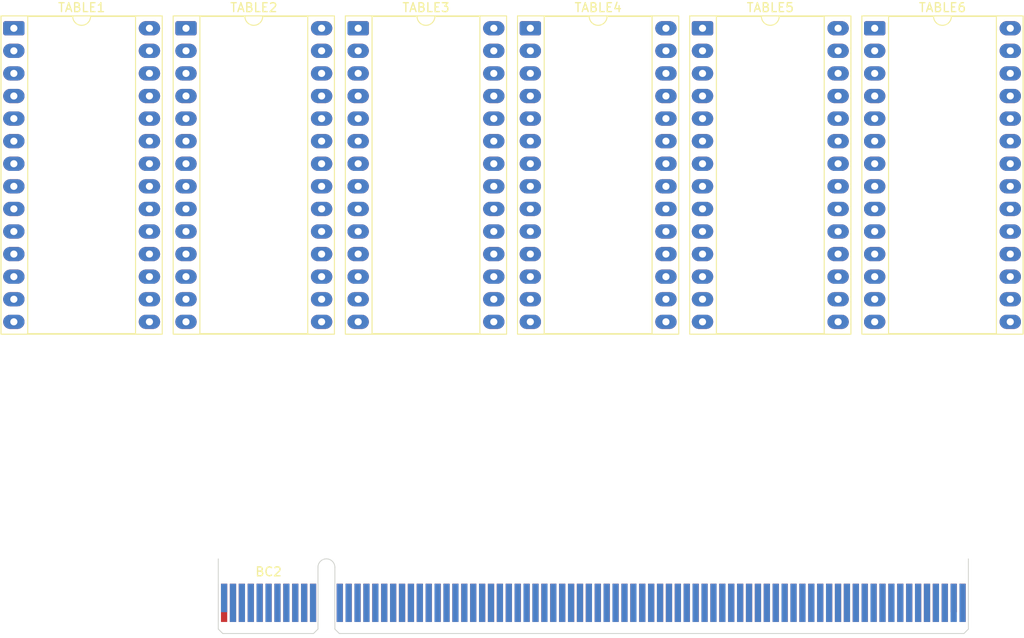
<source format=kicad_pcb>
(kicad_pcb (version 20241229) (generator "pcbnew") (generator_version "9.0")
  (layers (0 "F.Cu" signal) (2 "B.Cu" signal) (13 "F.Paste" user) (15 "B.Paste" user) (5 "F.SilkS" user "F.Silkscreen") (7 "B.SilkS" user "B.Silkscreen") (1 "F.Mask" user) (3 "B.Mask" user) (25 "Edge.Cuts" user))
  (net 0 "")
  (net 1 "/AccumShiftLeft")
  (net 2 "/ALUS3")
  (net 5 "GND")
  (net 6 "Net-(BC2-R1)")
  (net 10 "VCC")
  (net 11 "/STATE2")
  (net 12 "/STATE16")
  (net 14 "/AccumShiftRight")
  (net 17 "Net-(BC2-L3)")
  (net 19 "/STATE5")
  (net 21 "Net-(BC2-R2)")
  (net 22 "Net-(BC2-L2)")
  (net 23 "Net-(BC2-R4)")
  (net 24 "Net-(BC2-L4)")
  (net 27 "/STATE8")
  (net 31 "/ALUS2")
  (net 33 "/STATE0")
  (net 35 "/ALUS0")
  (net 37 "Net-(BC2-R3)")
  (net 38 "/~{ALUCarryIn}")
  (net 39 "/~{SCClear}")
  (net 41 "/SPIncrement")
  (net 43 "/STATE1")
  (net 46 "/STATE7")
  (net 47 "/STATE9")
  (net 49 "/~{FlagsUpdate}")
  (net 50 "Net-(BC2-L0)")
  (net 52 "/ALUM")
  (net 53 "/STATE15")
  (net 59 "/SPDecrement")
  (net 63 "/~{Halt}")
  (net 67 "/STATE12")
  (net 68 "/STATE3")
  (net 69 "Net-(BC2-R0)")
  (net 74 "Net-(BC2-L1)")
  (net 75 "/STATE6")
  (net 78 "/STATE10")
  (net 81 "/PCIncrement")
  (net 83 "/STATE4")
  (net 89 "/STATE11")
  (net 90 "/STATE14")
  (net 96 "/STATE13")
  (net 97 "/ALUS1")
  (footprint "Package_DIP:DIP-28_W15.24mm_Socket_LongPads" (layer "F.Cu") (at 121.05 63.46)
    (property "Reference" "TABLE4" (at 7.62 -2.33 0) (layer "F.SilkS"))
    (property "Value" "28C256")
    (fp_line (start 1.56 -1.33) (end 1.56 34.35) (stroke (width 0.12)) (layer "F.SilkS"))
    (fp_line (start 1.56 34.35) (end 13.68 34.35) (stroke (width 0.12)) (layer "F.SilkS"))
    (fp_line (start 6.62 -1.33) (end 1.56 -1.33) (stroke (width 0.12)) (layer "F.SilkS"))
    (fp_line (start 13.68 -1.33) (end 8.62 -1.33) (stroke (width 0.12)) (layer "F.SilkS"))
    (fp_line (start 13.68 34.35) (end 13.68 -1.33) (stroke (width 0.12)) (layer "F.SilkS"))
    (fp_rect (start -1.44 -1.39) (end 16.68 34.41) (stroke (width 0.12)) (fill no) (layer "F.SilkS"))
    (fp_arc (start 8.62 -1.33) (mid 7.62 -0.33) (end 6.62 -1.33) (stroke (width 0.12)) (layer "F.SilkS"))
    (pad "1" thru_hole roundrect (at 0 0) (size 2.4 1.6) (drill 0.8) (layers "*.Cu" "*.Mask") (roundrect_rratio 0.15625) (net 90 "/STATE14"))
    (pad "2" thru_hole oval (at 0 2.54) (size 2.4 1.6) (drill 0.8) (layers "*.Cu" "*.Mask") (net 67 "/STATE12"))
    (pad "3" thru_hole oval (at 0 5.08) (size 2.4 1.6) (drill 0.8) (layers "*.Cu" "*.Mask") (net 46 "/STATE7"))
    (pad "4" thru_hole oval (at 0 7.62) (size 2.4 1.6) (drill 0.8) (layers "*.Cu" "*.Mask") (net 75 "/STATE6"))
    (pad "5" thru_hole oval (at 0 10.16) (size 2.4 1.6) (drill 0.8) (layers "*.Cu" "*.Mask") (net 19 "/STATE5"))
    (pad "6" thru_hole oval (at 0 12.7) (size 2.4 1.6) (drill 0.8) (layers "*.Cu" "*.Mask") (net 83 "/STATE4"))
    (pad "7" thru_hole oval (at 0 15.24) (size 2.4 1.6) (drill 0.8) (layers "*.Cu" "*.Mask") (net 68 "/STATE3"))
    (pad "8" thru_hole oval (at 0 17.78) (size 2.4 1.6) (drill 0.8) (layers "*.Cu" "*.Mask") (net 11 "/STATE2"))
    (pad "9" thru_hole oval (at 0 20.32) (size 2.4 1.6) (drill 0.8) (layers "*.Cu" "*.Mask") (net 43 "/STATE1"))
    (pad "10" thru_hole oval (at 0 22.86) (size 2.4 1.6) (drill 0.8) (layers "*.Cu" "*.Mask") (net 33 "/STATE0"))
    (pad "11" thru_hole oval (at 0 25.4) (size 2.4 1.6) (drill 0.8) (layers "*.Cu" "*.Mask") (net 24 "Net-(BC2-L4)"))
    (pad "12" thru_hole oval (at 0 27.94) (size 2.4 1.6) (drill 0.8) (layers "*.Cu" "*.Mask") (net 17 "Net-(BC2-L3)"))
    (pad "13" thru_hole oval (at 0 30.48) (size 2.4 1.6) (drill 0.8) (layers "*.Cu" "*.Mask") (net 22 "Net-(BC2-L2)"))
    (pad "14" thru_hole oval (at 0 33.02) (size 2.4 1.6) (drill 0.8) (layers "*.Cu" "*.Mask") (net 5 "GND"))
    (pad "15" thru_hole oval (at 15.24 33.02) (size 2.4 1.6) (drill 0.8) (layers "*.Cu" "*.Mask") (net 74 "Net-(BC2-L1)"))
    (pad "16" thru_hole oval (at 15.24 30.48) (size 2.4 1.6) (drill 0.8) (layers "*.Cu" "*.Mask") (net 50 "Net-(BC2-L0)"))
    (pad "17" thru_hole oval (at 15.24 27.94) (size 2.4 1.6) (drill 0.8) (layers "*.Cu" "*.Mask") (net 39 "/~{SCClear}"))
    (pad "18" thru_hole oval (at 15.24 25.4) (size 2.4 1.6) (drill 0.8) (layers "*.Cu" "*.Mask") (net 63 "/~{Halt}"))
    (pad "19" thru_hole oval (at 15.24 22.86) (size 2.4 1.6) (drill 0.8) (layers "*.Cu" "*.Mask") (net 81 "/PCIncrement"))
    (pad "20" thru_hole oval (at 15.24 20.32) (size 2.4 1.6) (drill 0.8) (layers "*.Cu" "*.Mask") (net 5 "GND"))
    (pad "21" thru_hole oval (at 15.24 17.78) (size 2.4 1.6) (drill 0.8) (layers "*.Cu" "*.Mask") (net 78 "/STATE10"))
    (pad "22" thru_hole oval (at 15.24 15.24) (size 2.4 1.6) (drill 0.8) (layers "*.Cu" "*.Mask") (net 12 "/STATE16"))
    (pad "23" thru_hole oval (at 15.24 12.7) (size 2.4 1.6) (drill 0.8) (layers "*.Cu" "*.Mask") (net 89 "/STATE11"))
    (pad "24" thru_hole oval (at 15.24 10.16) (size 2.4 1.6) (drill 0.8) (layers "*.Cu" "*.Mask") (net 47 "/STATE9"))
    (pad "25" thru_hole oval (at 15.24 7.62) (size 2.4 1.6) (drill 0.8) (layers "*.Cu" "*.Mask") (net 27 "/STATE8"))
    (pad "26" thru_hole oval (at 15.24 5.08) (size 2.4 1.6) (drill 0.8) (layers "*.Cu" "*.Mask") (net 96 "/STATE13"))
    (pad "27" thru_hole oval (at 15.24 2.54) (size 2.4 1.6) (drill 0.8) (layers "*.Cu" "*.Mask") (net 5 "GND"))
    (pad "28" thru_hole oval (at 15.24 0) (size 2.4 1.6) (drill 0.8) (layers "*.Cu" "*.Mask") (net 10 "VCC"))
  )
  (footprint "Connector_PCBEdge:BUS_PCIexpress_x16" (layer "F.Cu") (at 86.63 128.09)
    (property "Reference" "BC2" (at 5 -3.5 0) (layer "F.SilkS"))
    (property "Value" "BusConnector")
    (fp_line (start -0.65 -4.95) (end -0.65 2.95) (stroke (width 0.1)) (layer "Edge.Cuts"))
    (fp_line (start -0.65 2.95) (end -0.15 3.45) (stroke (width 0.1)) (layer "Edge.Cuts"))
    (fp_line (start -0.15 3.45) (end 10.05 3.45) (stroke (width 0.1)) (layer "Edge.Cuts"))
    (fp_line (start 10.55 -4) (end 10.55 2.95) (stroke (width 0.1)) (layer "Edge.Cuts"))
    (fp_line (start 10.55 2.95) (end 10.05 3.45) (stroke (width 0.1)) (layer "Edge.Cuts"))
    (fp_line (start 12.45 -4) (end 12.45 2.95) (stroke (width 0.1)) (layer "Edge.Cuts"))
    (fp_line (start 12.45 2.95) (end 12.95 3.45) (stroke (width 0.1)) (layer "Edge.Cuts"))
    (fp_line (start 12.95 3.45) (end 83.15 3.45) (stroke (width 0.1)) (layer "Edge.Cuts"))
    (fp_line (start 83.65 -4.95) (end 83.65 2.95) (stroke (width 0.1)) (layer "Edge.Cuts"))
    (fp_line (start 83.65 2.95) (end 83.15 3.45) (stroke (width 0.1)) (layer "Edge.Cuts"))
    (fp_arc (start 10.55 -4) (mid 11.5 -4.95) (end 12.45 -4) (stroke (width 0.1)) (layer "Edge.Cuts"))
    (pad "A1" connect rect (at 0 -0.55) (size 0.7 3.2) (layers "B.Cu" "B.Mask") (net 10 "VCC"))
    (pad "A2" connect rect (at 1 0) (size 0.7 4.3) (layers "B.Cu" "B.Mask") (net 10 "VCC"))
    (pad "A3" connect rect (at 2 0) (size 0.7 4.3) (layers "B.Cu" "B.Mask") (net 10 "VCC"))
    (pad "A4" connect rect (at 3 0) (size 0.7 4.3) (layers "B.Cu" "B.Mask") (net 10 "VCC"))
    (pad "A5" connect rect (at 4 0) (size 0.7 4.3) (layers "B.Cu" "B.Mask") (net 10 "VCC"))
    (pad "A6" connect rect (at 5 0) (size 0.7 4.3) (layers "B.Cu" "B.Mask"))
    (pad "A7" connect rect (at 6 0) (size 0.7 4.3) (layers "B.Cu" "B.Mask"))
    (pad "A8" connect rect (at 7 0) (size 0.7 4.3) (layers "B.Cu" "B.Mask"))
    (pad "A9" connect rect (at 8 0) (size 0.7 4.3) (layers "B.Cu" "B.Mask"))
    (pad "A10" connect rect (at 9 0) (size 0.7 4.3) (layers "B.Cu" "B.Mask"))
    (pad "A11" connect rect (at 10 0) (size 0.7 4.3) (layers "B.Cu" "B.Mask"))
    (pad "A12" connect rect (at 13 0) (size 0.7 4.3) (layers "B.Cu" "B.Mask") (net 5 "GND"))
    (pad "A13" connect rect (at 14 0) (size 0.7 4.3) (layers "B.Cu" "B.Mask") (net 5 "GND"))
    (pad "A14" connect rect (at 15 0) (size 0.7 4.3) (layers "B.Cu" "B.Mask"))
    (pad "A15" connect rect (at 16 0) (size 0.7 4.3) (layers "B.Cu" "B.Mask"))
    (pad "A16" connect rect (at 17 0) (size 0.7 4.3) (layers "B.Cu" "B.Mask"))
    (pad "A17" connect rect (at 18 0) (size 0.7 4.3) (layers "B.Cu" "B.Mask"))
    (pad "A18" connect rect (at 19 0) (size 0.7 4.3) (layers "B.Cu" "B.Mask"))
    (pad "A19" connect rect (at 20 0) (size 0.7 4.3) (layers "B.Cu" "B.Mask"))
    (pad "A20" connect rect (at 21 0) (size 0.7 4.3) (layers "B.Cu" "B.Mask"))
    (pad "A21" connect rect (at 22 0) (size 0.7 4.3) (layers "B.Cu" "B.Mask"))
    (pad "A22" connect rect (at 23 0) (size 0.7 4.3) (layers "B.Cu" "B.Mask"))
    (pad "A23" connect rect (at 24 0) (size 0.7 4.3) (layers "B.Cu" "B.Mask") (net 5 "GND"))
    (pad "A24" connect rect (at 25 0) (size 0.7 4.3) (layers "B.Cu" "B.Mask"))
    (pad "A25" connect rect (at 26 0) (size 0.7 4.3) (layers "B.Cu" "B.Mask"))
    (pad "A26" connect rect (at 27 0) (size 0.7 4.3) (layers "B.Cu" "B.Mask"))
    (pad "A27" connect rect (at 28 0) (size 0.7 4.3) (layers "B.Cu" "B.Mask"))
    (pad "A28" connect rect (at 29 0) (size 0.7 4.3) (layers "B.Cu" "B.Mask"))
    (pad "A29" connect rect (at 30 0) (size 0.7 4.3) (layers "B.Cu" "B.Mask"))
    (pad "A30" connect rect (at 31 0) (size 0.7 4.3) (layers "B.Cu" "B.Mask"))
    (pad "A31" connect rect (at 32 0) (size 0.7 4.3) (layers "B.Cu" "B.Mask"))
    (pad "A32" connect rect (at 33 0) (size 0.7 4.3) (layers "B.Cu" "B.Mask") (net 5 "GND"))
    (pad "A33" connect rect (at 34 0) (size 0.7 4.3) (layers "B.Cu" "B.Mask") (net 33 "/STATE0"))
    (pad "A34" connect rect (at 35 0) (size 0.7 4.3) (layers "B.Cu" "B.Mask") (net 43 "/STATE1"))
    (pad "A35" connect rect (at 36 0) (size 0.7 4.3) (layers "B.Cu" "B.Mask") (net 11 "/STATE2"))
    (pad "A36" connect rect (at 37 0) (size 0.7 4.3) (layers "B.Cu" "B.Mask") (net 68 "/STATE3"))
    (pad "A37" connect rect (at 38 0) (size 0.7 4.3) (layers "B.Cu" "B.Mask") (net 83 "/STATE4"))
    (pad "A38" connect rect (at 39 0) (size 0.7 4.3) (layers "B.Cu" "B.Mask") (net 19 "/STATE5"))
    (pad "A39" connect rect (at 40 0) (size 0.7 4.3) (layers "B.Cu" "B.Mask") (net 75 "/STATE6"))
    (pad "A40" connect rect (at 41 0) (size 0.7 4.3) (layers "B.Cu" "B.Mask") (net 46 "/STATE7"))
    (pad "A41" connect rect (at 42 0) (size 0.7 4.3) (layers "B.Cu" "B.Mask") (net 5 "GND"))
    (pad "A42" connect rect (at 43 0) (size 0.7 4.3) (layers "B.Cu" "B.Mask") (net 27 "/STATE8"))
    (pad "A43" connect rect (at 44 0) (size 0.7 4.3) (layers "B.Cu" "B.Mask") (net 47 "/STATE9"))
    (pad "A44" connect rect (at 45 0) (size 0.7 4.3) (layers "B.Cu" "B.Mask") (net 78 "/STATE10"))
    (pad "A45" connect rect (at 46 0) (size 0.7 4.3) (layers "B.Cu" "B.Mask") (net 89 "/STATE11"))
    (pad "A46" connect rect (at 47 0) (size 0.7 4.3) (layers "B.Cu" "B.Mask") (net 67 "/STATE12"))
    (pad "A47" connect rect (at 48 0) (size 0.7 4.3) (layers "B.Cu" "B.Mask") (net 96 "/STATE13"))
    (pad "A48" connect rect (at 49 0) (size 0.7 4.3) (layers "B.Cu" "B.Mask") (net 90 "/STATE14"))
    (pad "A49" connect rect (at 50 0) (size 0.7 4.3) (layers "B.Cu" "B.Mask") (net 53 "/STATE15"))
    (pad "A50" connect rect (at 51 0) (size 0.7 4.3) (layers "B.Cu" "B.Mask") (net 5 "GND"))
    (pad "A51" connect rect (at 52 0) (size 0.7 4.3) (layers "B.Cu" "B.Mask"))
    (pad "A52" connect rect (at 53 0) (size 0.7 4.3) (layers "B.Cu" "B.Mask"))
    (pad "A53" connect rect (at 54 0) (size 0.7 4.3) (layers "B.Cu" "B.Mask"))
    (pad "A54" connect rect (at 55 0) (size 0.7 4.3) (layers "B.Cu" "B.Mask"))
    (pad "A55" connect rect (at 56 0) (size 0.7 4.3) (layers "B.Cu" "B.Mask"))
    (pad "A56" connect rect (at 57 0) (size 0.7 4.3) (layers "B.Cu" "B.Mask"))
    (pad "A57" connect rect (at 58 0) (size 0.7 4.3) (layers "B.Cu" "B.Mask"))
    (pad "A58" connect rect (at 59 0) (size 0.7 4.3) (layers "B.Cu" "B.Mask"))
    (pad "A59" connect rect (at 60 0) (size 0.7 4.3) (layers "B.Cu" "B.Mask") (net 5 "GND"))
    (pad "A60" connect rect (at 61 0) (size 0.7 4.3) (layers "B.Cu" "B.Mask"))
    (pad "A61" connect rect (at 62 0) (size 0.7 4.3) (layers "B.Cu" "B.Mask"))
    (pad "A62" connect rect (at 63 0) (size 0.7 4.3) (layers "B.Cu" "B.Mask"))
    (pad "A63" connect rect (at 64 0) (size 0.7 4.3) (layers "B.Cu" "B.Mask") (net 5 "GND"))
    (pad "A64" connect rect (at 65 0) (size 0.7 4.3) (layers "B.Cu" "B.Mask") (net 5 "GND"))
    (pad "A65" connect rect (at 66 0) (size 0.7 4.3) (layers "B.Cu" "B.Mask") (net 5 "GND"))
    (pad "A66" connect rect (at 67 0) (size 0.7 4.3) (layers "B.Cu" "B.Mask") (net 5 "GND"))
    (pad "A67" connect rect (at 68 0) (size 0.7 4.3) (layers "B.Cu" "B.Mask"))
    (pad "A68" connect rect (at 69 0) (size 0.7 4.3) (layers "B.Cu" "B.Mask"))
    (pad "A69" connect rect (at 70 0) (size 0.7 4.3) (layers "B.Cu" "B.Mask"))
    (pad "A70" connect rect (at 71 0) (size 0.7 4.3) (layers "B.Cu" "B.Mask") (net 5 "GND"))
    (pad "A71" connect rect (at 72 0) (size 0.7 4.3) (layers "B.Cu" "B.Mask") (net 5 "GND"))
    (pad "A72" connect rect (at 73 0) (size 0.7 4.3) (layers "B.Cu" "B.Mask") (net 5 "GND"))
    (pad "A73" connect rect (at 74 0) (size 0.7 4.3) (layers "B.Cu" "B.Mask") (net 5 "GND"))
    (pad "A74" connect rect (at 75 0) (size 0.7 4.3) (layers "B.Cu" "B.Mask") (net 5 "GND"))
    (pad "A75" connect rect (at 76 0) (size 0.7 4.3) (layers "B.Cu" "B.Mask") (net 5 "GND"))
    (pad "A76" connect rect (at 77 0) (size 0.7 4.3) (layers "B.Cu" "B.Mask") (net 5 "GND"))
    (pad "A77" connect rect (at 78 0) (size 0.7 4.3) (layers "B.Cu" "B.Mask"))
    (pad "A78" connect rect (at 79 0) (size 0.7 4.3) (layers "B.Cu" "B.Mask"))
    (pad "A79" connect rect (at 80 0) (size 0.7 4.3) (layers "B.Cu" "B.Mask") (net 12 "/STATE16"))
    (pad "A80" connect rect (at 81 0) (size 0.7 4.3) (layers "B.Cu" "B.Mask"))
    (pad "A81" connect rect (at 82 0) (size 0.7 4.3) (layers "B.Cu" "B.Mask"))
    (pad "A82" connect rect (at 83 0) (size 0.7 4.3) (layers "B.Cu" "B.Mask"))
    (pad "B1" connect rect (at 0 0) (size 0.7 4.3) (layers "F.Cu" "F.Mask") (net 10 "VCC"))
    (pad "B2" connect rect (at 1 0) (size 0.7 4.3) (layers "F.Cu" "F.Mask") (net 10 "VCC"))
    (pad "B3" connect rect (at 2 0) (size 0.7 4.3) (layers "F.Cu" "F.Mask") (net 10 "VCC"))
    (pad "B4" connect rect (at 3 0) (size 0.7 4.3) (layers "F.Cu" "F.Mask") (net 10 "VCC"))
    (pad "B5" connect rect (at 4 0) (size 0.7 4.3) (layers "F.Cu" "F.Mask") (net 10 "VCC"))
    (pad "B6" connect rect (at 5 0) (size 0.7 4.3) (layers "F.Cu" "F.Mask"))
    (pad "B7" connect rect (at 6 0) (size 0.7 4.3) (layers "F.Cu" "F.Mask"))
    (pad "B8" connect rect (at 7 0) (size 0.7 4.3) (layers "F.Cu" "F.Mask"))
    (pad "B9" connect rect (at 8 0) (size 0.7 4.3) (layers "F.Cu" "F.Mask"))
    (pad "B10" connect rect (at 9 0) (size 0.7 4.3) (layers "F.Cu" "F.Mask"))
    (pad "B11" connect rect (at 10 0) (size 0.7 4.3) (layers "F.Cu" "F.Mask"))
    (pad "B12" connect rect (at 13 0) (size 0.7 4.3) (layers "F.Cu" "F.Mask") (net 5 "GND"))
    (pad "B13" connect rect (at 14 0) (size 0.7 4.3) (layers "F.Cu" "F.Mask") (net 5 "GND"))
    (pad "B14" connect rect (at 15 0) (size 0.7 4.3) (layers "F.Cu" "F.Mask"))
    (pad "B15" connect rect (at 16 0) (size 0.7 4.3) (layers "F.Cu" "F.Mask"))
    (pad "B16" connect rect (at 17 0) (size 0.7 4.3) (layers "F.Cu" "F.Mask"))
    (pad "B17" connect rect (at 18 0) (size 0.7 4.3) (layers "F.Cu" "F.Mask"))
    (pad "B18" connect rect (at 19 0) (size 0.7 4.3) (layers "F.Cu" "F.Mask"))
    (pad "B19" connect rect (at 20 0) (size 0.7 4.3) (layers "F.Cu" "F.Mask"))
    (pad "B20" connect rect (at 21 0) (size 0.7 4.3) (layers "F.Cu" "F.Mask"))
    (pad "B21" connect rect (at 22 0) (size 0.7 4.3) (layers "F.Cu" "F.Mask"))
    (pad "B22" connect rect (at 23 0) (size 0.7 4.3) (layers "F.Cu" "F.Mask"))
    (pad "B23" connect rect (at 24 0) (size 0.7 4.3) (layers "F.Cu" "F.Mask") (net 5 "GND"))
    (pad "B24" connect rect (at 25 0) (size 0.7 4.3) (layers "F.Cu" "F.Mask"))
    (pad "B25" connect rect (at 26 0) (size 0.7 4.3) (layers "F.Cu" "F.Mask"))
    (pad "B26" connect rect (at 27 0) (size 0.7 4.3) (layers "F.Cu" "F.Mask"))
    (pad "B27" connect rect (at 28 0) (size 0.7 4.3) (layers "F.Cu" "F.Mask"))
    (pad "B28" connect rect (at 29 0) (size 0.7 4.3) (layers "F.Cu" "F.Mask"))
    (pad "B29" connect rect (at 30 0) (size 0.7 4.3) (layers "F.Cu" "F.Mask"))
    (pad "B30" connect rect (at 31 0) (size 0.7 4.3) (layers "F.Cu" "F.Mask"))
    (pad "B31" connect rect (at 32 0) (size 0.7 4.3) (layers "F.Cu" "F.Mask"))
    (pad "B32" connect rect (at 33 0) (size 0.7 4.3) (layers "F.Cu" "F.Mask") (net 5 "GND"))
    (pad "B33" connect rect (at 34 0) (size 0.7 4.3) (layers "F.Cu" "F.Mask") (net 50 "Net-(BC2-L0)"))
    (pad "B34" connect rect (at 35 0) (size 0.7 4.3) (layers "F.Cu" "F.Mask") (net 74 "Net-(BC2-L1)"))
    (pad "B35" connect rect (at 36 0) (size 0.7 4.3) (layers "F.Cu" "F.Mask") (net 22 "Net-(BC2-L2)"))
    (pad "B36" connect rect (at 37 0) (size 0.7 4.3) (layers "F.Cu" "F.Mask") (net 17 "Net-(BC2-L3)"))
    (pad "B37" connect rect (at 38 0) (size 0.7 4.3) (layers "F.Cu" "F.Mask") (net 52 "/ALUM"))
    (pad "B38" connect rect (at 39 0) (size 0.7 4.3) (layers "F.Cu" "F.Mask") (net 38 "/~{ALUCarryIn}"))
    (pad "B39" connect rect (at 40 0) (size 0.7 4.3) (layers "F.Cu" "F.Mask") (net 49 "/~{FlagsUpdate}"))
    (pad "B40" connect rect (at 41 0) (size 0.7 4.3) (layers "F.Cu" "F.Mask") (net 69 "Net-(BC2-R0)"))
    (pad "B41" connect rect (at 42 0) (size 0.7 4.3) (layers "F.Cu" "F.Mask") (net 5 "GND"))
    (pad "B42" connect rect (at 43 0) (size 0.7 4.3) (layers "F.Cu" "F.Mask") (net 6 "Net-(BC2-R1)"))
    (pad "B43" connect rect (at 44 0) (size 0.7 4.3) (layers "F.Cu" "F.Mask") (net 21 "Net-(BC2-R2)"))
    (pad "B44" connect rect (at 45 0) (size 0.7 4.3) (layers "F.Cu" "F.Mask") (net 37 "Net-(BC2-R3)"))
    (pad "B45" connect rect (at 46 0) (size 0.7 4.3) (layers "F.Cu" "F.Mask") (net 39 "/~{SCClear}"))
    (pad "B46" connect rect (at 47 0) (size 0.7 4.3) (layers "F.Cu" "F.Mask") (net 63 "/~{Halt}"))
    (pad "B47" connect rect (at 48 0) (size 0.7 4.3) (layers "F.Cu" "F.Mask") (net 81 "/PCIncrement"))
    (pad "B48" connect rect (at 49 0) (size 0.7 4.3) (layers "F.Cu" "F.Mask") (net 35 "/ALUS0"))
    (pad "B49" connect rect (at 50 0) (size 0.7 4.3) (layers "F.Cu" "F.Mask") (net 97 "/ALUS1"))
    (pad "B50" connect rect (at 51 0) (size 0.7 4.3) (layers "F.Cu" "F.Mask") (net 5 "GND"))
    (pad "B51" connect rect (at 52 0) (size 0.7 4.3) (layers "F.Cu" "F.Mask") (net 31 "/ALUS2"))
    (pad "B52" connect rect (at 53 0) (size 0.7 4.3) (layers "F.Cu" "F.Mask") (net 2 "/ALUS3"))
    (pad "B53" connect rect (at 54 0) (size 0.7 4.3) (layers "F.Cu" "F.Mask") (net 59 "/SPDecrement"))
    (pad "B54" connect rect (at 55 0) (size 0.7 4.3) (layers "F.Cu" "F.Mask") (net 41 "/SPIncrement"))
    (pad "B55" connect rect (at 56 0) (size 0.7 4.3) (layers "F.Cu" "F.Mask") (net 1 "/AccumShiftLeft"))
    (pad "B56" connect rect (at 57 0) (size 0.7 4.3) (layers "F.Cu" "F.Mask") (net 14 "/AccumShiftRight"))
    (pad "B57" connect rect (at 58 0) (size 0.7 4.3) (layers "F.Cu" "F.Mask"))
    (pad "B58" connect rect (at 59 0) (size 0.7 4.3) (layers "F.Cu" "F.Mask"))
    (pad "B59" connect rect (at 60 0) (size 0.7 4.3) (layers "F.Cu" "F.Mask") (net 5 "GND"))
    (pad "B60" connect rect (at 61 0) (size 0.7 4.3) (layers "F.Cu" "F.Mask"))
    (pad "B61" connect rect (at 62 0) (size 0.7 4.3) (layers "F.Cu" "F.Mask"))
    (pad "B62" connect rect (at 63 0) (size 0.7 4.3) (layers "F.Cu" "F.Mask") (net 5 "GND"))
    (pad "B63" connect rect (at 64 0) (size 0.7 4.3) (layers "F.Cu" "F.Mask") (net 5 "GND"))
    (pad "B64" connect rect (at 65 0) (size 0.7 4.3) (layers "F.Cu" "F.Mask") (net 5 "GND"))
    (pad "B65" connect rect (at 66 0) (size 0.7 4.3) (layers "F.Cu" "F.Mask") (net 5 "GND"))
    (pad "B66" connect rect (at 67 0) (size 0.7 4.3) (layers "F.Cu" "F.Mask") (net 5 "GND"))
    (pad "B67" connect rect (at 68 0) (size 0.7 4.3) (layers "F.Cu" "F.Mask") (net 5 "GND"))
    (pad "B68" connect rect (at 69 0) (size 0.7 4.3) (layers "F.Cu" "F.Mask") (net 5 "GND"))
    (pad "B69" connect rect (at 70 0) (size 0.7 4.3) (layers "F.Cu" "F.Mask") (net 5 "GND"))
    (pad "B70" connect rect (at 71 0) (size 0.7 4.3) (layers "F.Cu" "F.Mask") (net 5 "GND"))
    (pad "B71" connect rect (at 72 0) (size 0.7 4.3) (layers "F.Cu" "F.Mask") (net 5 "GND"))
    (pad "B72" connect rect (at 73 0) (size 0.7 4.3) (layers "F.Cu" "F.Mask") (net 5 "GND"))
    (pad "B73" connect rect (at 74 0) (size 0.7 4.3) (layers "F.Cu" "F.Mask"))
    (pad "B74" connect rect (at 75 0) (size 0.7 4.3) (layers "F.Cu" "F.Mask"))
    (pad "B75" connect rect (at 76 0) (size 0.7 4.3) (layers "F.Cu" "F.Mask") (net 5 "GND"))
    (pad "B76" connect rect (at 77 0) (size 0.7 4.3) (layers "F.Cu" "F.Mask") (net 5 "GND"))
    (pad "B77" connect rect (at 78 0) (size 0.7 4.3) (layers "F.Cu" "F.Mask"))
    (pad "B78" connect rect (at 79 0) (size 0.7 4.3) (layers "F.Cu" "F.Mask"))
    (pad "B79" connect rect (at 80 0) (size 0.7 4.3) (layers "F.Cu" "F.Mask") (net 24 "Net-(BC2-L4)"))
    (pad "B80" connect rect (at 81 0) (size 0.7 4.3) (layers "F.Cu" "F.Mask") (net 23 "Net-(BC2-R4)"))
    (pad "B81" connect rect (at 82 -0.55) (size 0.7 3.2) (layers "F.Cu" "F.Mask"))
    (pad "B82" connect rect (at 83 0) (size 0.7 4.3) (layers "F.Cu" "F.Mask"))
  )
  (footprint "Package_DIP:DIP-28_W15.24mm_Socket_LongPads" (layer "F.Cu") (at 140.4 63.46)
    (property "Reference" "TABLE5" (at 7.62 -2.33 0) (layer "F.SilkS"))
    (property "Value" "28C256")
    (fp_line (start 1.56 -1.33) (end 1.56 34.35) (stroke (width 0.12)) (layer "F.SilkS"))
    (fp_line (start 1.56 34.35) (end 13.68 34.35) (stroke (width 0.12)) (layer "F.SilkS"))
    (fp_line (start 6.62 -1.33) (end 1.56 -1.33) (stroke (width 0.12)) (layer "F.SilkS"))
    (fp_line (start 13.68 -1.33) (end 8.62 -1.33) (stroke (width 0.12)) (layer "F.SilkS"))
    (fp_line (start 13.68 34.35) (end 13.68 -1.33) (stroke (width 0.12)) (layer "F.SilkS"))
    (fp_rect (start -1.44 -1.39) (end 16.68 34.41) (stroke (width 0.12)) (fill no) (layer "F.SilkS"))
    (fp_arc (start 8.62 -1.33) (mid 7.62 -0.33) (end 6.62 -1.33) (stroke (width 0.12)) (layer "F.SilkS"))
    (pad "1" thru_hole roundrect (at 0 0) (size 2.4 1.6) (drill 0.8) (layers "*.Cu" "*.Mask") (roundrect_rratio 0.15625) (net 90 "/STATE14"))
    (pad "2" thru_hole oval (at 0 2.54) (size 2.4 1.6) (drill 0.8) (layers "*.Cu" "*.Mask") (net 67 "/STATE12"))
    (pad "3" thru_hole oval (at 0 5.08) (size 2.4 1.6) (drill 0.8) (layers "*.Cu" "*.Mask") (net 46 "/STATE7"))
    (pad "4" thru_hole oval (at 0 7.62) (size 2.4 1.6) (drill 0.8) (layers "*.Cu" "*.Mask") (net 75 "/STATE6"))
    (pad "5" thru_hole oval (at 0 10.16) (size 2.4 1.6) (drill 0.8) (layers "*.Cu" "*.Mask") (net 19 "/STATE5"))
    (pad "6" thru_hole oval (at 0 12.7) (size 2.4 1.6) (drill 0.8) (layers "*.Cu" "*.Mask") (net 83 "/STATE4"))
    (pad "7" thru_hole oval (at 0 15.24) (size 2.4 1.6) (drill 0.8) (layers "*.Cu" "*.Mask") (net 68 "/STATE3"))
    (pad "8" thru_hole oval (at 0 17.78) (size 2.4 1.6) (drill 0.8) (layers "*.Cu" "*.Mask") (net 11 "/STATE2"))
    (pad "9" thru_hole oval (at 0 20.32) (size 2.4 1.6) (drill 0.8) (layers "*.Cu" "*.Mask") (net 43 "/STATE1"))
    (pad "10" thru_hole oval (at 0 22.86) (size 2.4 1.6) (drill 0.8) (layers "*.Cu" "*.Mask") (net 33 "/STATE0"))
    (pad "11" thru_hole oval (at 0 25.4) (size 2.4 1.6) (drill 0.8) (layers "*.Cu" "*.Mask") (net 35 "/ALUS0"))
    (pad "12" thru_hole oval (at 0 27.94) (size 2.4 1.6) (drill 0.8) (layers "*.Cu" "*.Mask") (net 97 "/ALUS1"))
    (pad "13" thru_hole oval (at 0 30.48) (size 2.4 1.6) (drill 0.8) (layers "*.Cu" "*.Mask") (net 31 "/ALUS2"))
    (pad "14" thru_hole oval (at 0 33.02) (size 2.4 1.6) (drill 0.8) (layers "*.Cu" "*.Mask") (net 5 "GND"))
    (pad "15" thru_hole oval (at 15.24 33.02) (size 2.4 1.6) (drill 0.8) (layers "*.Cu" "*.Mask") (net 2 "/ALUS3"))
    (pad "16" thru_hole oval (at 15.24 30.48) (size 2.4 1.6) (drill 0.8) (layers "*.Cu" "*.Mask") (net 59 "/SPDecrement"))
    (pad "17" thru_hole oval (at 15.24 27.94) (size 2.4 1.6) (drill 0.8) (layers "*.Cu" "*.Mask") (net 41 "/SPIncrement"))
    (pad "18" thru_hole oval (at 15.24 25.4) (size 2.4 1.6) (drill 0.8) (layers "*.Cu" "*.Mask") (net 1 "/AccumShiftLeft"))
    (pad "19" thru_hole oval (at 15.24 22.86) (size 2.4 1.6) (drill 0.8) (layers "*.Cu" "*.Mask") (net 14 "/AccumShiftRight"))
    (pad "20" thru_hole oval (at 15.24 20.32) (size 2.4 1.6) (drill 0.8) (layers "*.Cu" "*.Mask") (net 5 "GND"))
    (pad "21" thru_hole oval (at 15.24 17.78) (size 2.4 1.6) (drill 0.8) (layers "*.Cu" "*.Mask") (net 78 "/STATE10"))
    (pad "22" thru_hole oval (at 15.24 15.24) (size 2.4 1.6) (drill 0.8) (layers "*.Cu" "*.Mask") (net 53 "/STATE15"))
    (pad "23" thru_hole oval (at 15.24 12.7) (size 2.4 1.6) (drill 0.8) (layers "*.Cu" "*.Mask") (net 89 "/STATE11"))
    (pad "24" thru_hole oval (at 15.24 10.16) (size 2.4 1.6) (drill 0.8) (layers "*.Cu" "*.Mask") (net 47 "/STATE9"))
    (pad "25" thru_hole oval (at 15.24 7.62) (size 2.4 1.6) (drill 0.8) (layers "*.Cu" "*.Mask") (net 27 "/STATE8"))
    (pad "26" thru_hole oval (at 15.24 5.08) (size 2.4 1.6) (drill 0.8) (layers "*.Cu" "*.Mask") (net 96 "/STATE13"))
    (pad "27" thru_hole oval (at 15.24 2.54) (size 2.4 1.6) (drill 0.8) (layers "*.Cu" "*.Mask") (net 5 "GND"))
    (pad "28" thru_hole oval (at 15.24 0) (size 2.4 1.6) (drill 0.8) (layers "*.Cu" "*.Mask") (net 10 "VCC"))
  )
  (footprint "Package_DIP:DIP-28_W15.24mm_Socket_LongPads" (layer "F.Cu") (at 159.75 63.46)
    (property "Reference" "TABLE6" (at 7.62 -2.33 0) (layer "F.SilkS"))
    (property "Value" "28C256")
    (fp_line (start 1.56 -1.33) (end 1.56 34.35) (stroke (width 0.12)) (layer "F.SilkS"))
    (fp_line (start 1.56 34.35) (end 13.68 34.35) (stroke (width 0.12)) (layer "F.SilkS"))
    (fp_line (start 6.62 -1.33) (end 1.56 -1.33) (stroke (width 0.12)) (layer "F.SilkS"))
    (fp_line (start 13.68 -1.33) (end 8.62 -1.33) (stroke (width 0.12)) (layer "F.SilkS"))
    (fp_line (start 13.68 34.35) (end 13.68 -1.33) (stroke (width 0.12)) (layer "F.SilkS"))
    (fp_rect (start -1.44 -1.39) (end 16.68 34.41) (stroke (width 0.12)) (fill no) (layer "F.SilkS"))
    (fp_arc (start 8.62 -1.33) (mid 7.62 -0.33) (end 6.62 -1.33) (stroke (width 0.12)) (layer "F.SilkS"))
    (pad "1" thru_hole roundrect (at 0 0) (size 2.4 1.6) (drill 0.8) (layers "*.Cu" "*.Mask") (roundrect_rratio 0.15625) (net 90 "/STATE14"))
    (pad "2" thru_hole oval (at 0 2.54) (size 2.4 1.6) (drill 0.8) (layers "*.Cu" "*.Mask") (net 67 "/STATE12"))
    (pad "3" thru_hole oval (at 0 5.08) (size 2.4 1.6) (drill 0.8) (layers "*.Cu" "*.Mask") (net 46 "/STATE7"))
    (pad "4" thru_hole oval (at 0 7.62) (size 2.4 1.6) (drill 0.8) (layers "*.Cu" "*.Mask") (net 75 "/STATE6"))
    (pad "5" thru_hole oval (at 0 10.16) (size 2.4 1.6) (drill 0.8) (layers "*.Cu" "*.Mask") (net 19 "/STATE5"))
    (pad "6" thru_hole oval (at 0 12.7) (size 2.4 1.6) (drill 0.8) (layers "*.Cu" "*.Mask") (net 83 "/STATE4"))
    (pad "7" thru_hole oval (at 0 15.24) (size 2.4 1.6) (drill 0.8) (layers "*.Cu" "*.Mask") (net 68 "/STATE3"))
    (pad "8" thru_hole oval (at 0 17.78) (size 2.4 1.6) (drill 0.8) (layers "*.Cu" "*.Mask") (net 11 "/STATE2"))
    (pad "9" thru_hole oval (at 0 20.32) (size 2.4 1.6) (drill 0.8) (layers "*.Cu" "*.Mask") (net 43 "/STATE1"))
    (pad "10" thru_hole oval (at 0 22.86) (size 2.4 1.6) (drill 0.8) (layers "*.Cu" "*.Mask") (net 33 "/STATE0"))
    (pad "11" thru_hole oval (at 0 25.4) (size 2.4 1.6) (drill 0.8) (layers "*.Cu" "*.Mask") (net 35 "/ALUS0"))
    (pad "12" thru_hole oval (at 0 27.94) (size 2.4 1.6) (drill 0.8) (layers "*.Cu" "*.Mask") (net 97 "/ALUS1"))
    (pad "13" thru_hole oval (at 0 30.48) (size 2.4 1.6) (drill 0.8) (layers "*.Cu" "*.Mask") (net 31 "/ALUS2"))
    (pad "14" thru_hole oval (at 0 33.02) (size 2.4 1.6) (drill 0.8) (layers "*.Cu" "*.Mask") (net 5 "GND"))
    (pad "15" thru_hole oval (at 15.24 33.02) (size 2.4 1.6) (drill 0.8) (layers "*.Cu" "*.Mask") (net 2 "/ALUS3"))
    (pad "16" thru_hole oval (at 15.24 30.48) (size 2.4 1.6) (drill 0.8) (layers "*.Cu" "*.Mask") (net 59 "/SPDecrement"))
    (pad "17" thru_hole oval (at 15.24 27.94) (size 2.4 1.6) (drill 0.8) (layers "*.Cu" "*.Mask") (net 41 "/SPIncrement"))
    (pad "18" thru_hole oval (at 15.24 25.4) (size 2.4 1.6) (drill 0.8) (layers "*.Cu" "*.Mask") (net 1 "/AccumShiftLeft"))
    (pad "19" thru_hole oval (at 15.24 22.86) (size 2.4 1.6) (drill 0.8) (layers "*.Cu" "*.Mask") (net 14 "/AccumShiftRight"))
    (pad "20" thru_hole oval (at 15.24 20.32) (size 2.4 1.6) (drill 0.8) (layers "*.Cu" "*.Mask") (net 5 "GND"))
    (pad "21" thru_hole oval (at 15.24 17.78) (size 2.4 1.6) (drill 0.8) (layers "*.Cu" "*.Mask") (net 78 "/STATE10"))
    (pad "22" thru_hole oval (at 15.24 15.24) (size 2.4 1.6) (drill 0.8) (layers "*.Cu" "*.Mask") (net 12 "/STATE16"))
    (pad "23" thru_hole oval (at 15.24 12.7) (size 2.4 1.6) (drill 0.8) (layers "*.Cu" "*.Mask") (net 89 "/STATE11"))
    (pad "24" thru_hole oval (at 15.24 10.16) (size 2.4 1.6) (drill 0.8) (layers "*.Cu" "*.Mask") (net 47 "/STATE9"))
    (pad "25" thru_hole oval (at 15.24 7.62) (size 2.4 1.6) (drill 0.8) (layers "*.Cu" "*.Mask") (net 27 "/STATE8"))
    (pad "26" thru_hole oval (at 15.24 5.08) (size 2.4 1.6) (drill 0.8) (layers "*.Cu" "*.Mask") (net 96 "/STATE13"))
    (pad "27" thru_hole oval (at 15.24 2.54) (size 2.4 1.6) (drill 0.8) (layers "*.Cu" "*.Mask") (net 5 "GND"))
    (pad "28" thru_hole oval (at 15.24 0) (size 2.4 1.6) (drill 0.8) (layers "*.Cu" "*.Mask") (net 10 "VCC"))
  )
  (footprint "Package_DIP:DIP-28_W15.24mm_Socket_LongPads" (layer "F.Cu") (at 63 63.46)
    (property "Reference" "TABLE1" (at 7.62 -2.33 0) (layer "F.SilkS"))
    (property "Value" "28C256")
    (fp_line (start 1.56 -1.33) (end 1.56 34.35) (stroke (width 0.12)) (layer "F.SilkS"))
    (fp_line (start 1.56 34.35) (end 13.68 34.35) (stroke (width 0.12)) (layer "F.SilkS"))
    (fp_line (start 6.62 -1.33) (end 1.56 -1.33) (stroke (width 0.12)) (layer "F.SilkS"))
    (fp_line (start 13.68 -1.33) (end 8.62 -1.33) (stroke (width 0.12)) (layer "F.SilkS"))
    (fp_line (start 13.68 34.35) (end 13.68 -1.33) (stroke (width 0.12)) (layer "F.SilkS"))
    (fp_rect (start -1.44 -1.39) (end 16.68 34.41) (stroke (width 0.12)) (fill no) (layer "F.SilkS"))
    (fp_arc (start 8.62 -1.33) (mid 7.62 -0.33) (end 6.62 -1.33) (stroke (width 0.12)) (layer "F.SilkS"))
    (pad "1" thru_hole roundrect (at 0 0) (size 2.4 1.6) (drill 0.8) (layers "*.Cu" "*.Mask") (roundrect_rratio 0.15625) (net 90 "/STATE14"))
    (pad "2" thru_hole oval (at 0 2.54) (size 2.4 1.6) (drill 0.8) (layers "*.Cu" "*.Mask") (net 67 "/STATE12"))
    (pad "3" thru_hole oval (at 0 5.08) (size 2.4 1.6) (drill 0.8) (layers "*.Cu" "*.Mask") (net 46 "/STATE7"))
    (pad "4" thru_hole oval (at 0 7.62) (size 2.4 1.6) (drill 0.8) (layers "*.Cu" "*.Mask") (net 75 "/STATE6"))
    (pad "5" thru_hole oval (at 0 10.16) (size 2.4 1.6) (drill 0.8) (layers "*.Cu" "*.Mask") (net 19 "/STATE5"))
    (pad "6" thru_hole oval (at 0 12.7) (size 2.4 1.6) (drill 0.8) (layers "*.Cu" "*.Mask") (net 83 "/STATE4"))
    (pad "7" thru_hole oval (at 0 15.24) (size 2.4 1.6) (drill 0.8) (layers "*.Cu" "*.Mask") (net 68 "/STATE3"))
    (pad "8" thru_hole oval (at 0 17.78) (size 2.4 1.6) (drill 0.8) (layers "*.Cu" "*.Mask") (net 11 "/STATE2"))
    (pad "9" thru_hole oval (at 0 20.32) (size 2.4 1.6) (drill 0.8) (layers "*.Cu" "*.Mask") (net 43 "/STATE1"))
    (pad "10" thru_hole oval (at 0 22.86) (size 2.4 1.6) (drill 0.8) (layers "*.Cu" "*.Mask") (net 33 "/STATE0"))
    (pad "11" thru_hole oval (at 0 25.4) (size 2.4 1.6) (drill 0.8) (layers "*.Cu" "*.Mask") (net 23 "Net-(BC2-R4)"))
    (pad "12" thru_hole oval (at 0 27.94) (size 2.4 1.6) (drill 0.8) (layers "*.Cu" "*.Mask") (net 37 "Net-(BC2-R3)"))
    (pad "13" thru_hole oval (at 0 30.48) (size 2.4 1.6) (drill 0.8) (layers "*.Cu" "*.Mask") (net 21 "Net-(BC2-R2)"))
    (pad "14" thru_hole oval (at 0 33.02) (size 2.4 1.6) (drill 0.8) (layers "*.Cu" "*.Mask") (net 5 "GND"))
    (pad "15" thru_hole oval (at 15.24 33.02) (size 2.4 1.6) (drill 0.8) (layers "*.Cu" "*.Mask") (net 6 "Net-(BC2-R1)"))
    (pad "16" thru_hole oval (at 15.24 30.48) (size 2.4 1.6) (drill 0.8) (layers "*.Cu" "*.Mask") (net 69 "Net-(BC2-R0)"))
    (pad "17" thru_hole oval (at 15.24 27.94) (size 2.4 1.6) (drill 0.8) (layers "*.Cu" "*.Mask") (net 52 "/ALUM"))
    (pad "18" thru_hole oval (at 15.24 25.4) (size 2.4 1.6) (drill 0.8) (layers "*.Cu" "*.Mask") (net 38 "/~{ALUCarryIn}"))
    (pad "19" thru_hole oval (at 15.24 22.86) (size 2.4 1.6) (drill 0.8) (layers "*.Cu" "*.Mask") (net 49 "/~{FlagsUpdate}"))
    (pad "20" thru_hole oval (at 15.24 20.32) (size 2.4 1.6) (drill 0.8) (layers "*.Cu" "*.Mask") (net 5 "GND"))
    (pad "21" thru_hole oval (at 15.24 17.78) (size 2.4 1.6) (drill 0.8) (layers "*.Cu" "*.Mask") (net 78 "/STATE10"))
    (pad "22" thru_hole oval (at 15.24 15.24) (size 2.4 1.6) (drill 0.8) (layers "*.Cu" "*.Mask") (net 53 "/STATE15"))
    (pad "23" thru_hole oval (at 15.24 12.7) (size 2.4 1.6) (drill 0.8) (layers "*.Cu" "*.Mask") (net 89 "/STATE11"))
    (pad "24" thru_hole oval (at 15.24 10.16) (size 2.4 1.6) (drill 0.8) (layers "*.Cu" "*.Mask") (net 47 "/STATE9"))
    (pad "25" thru_hole oval (at 15.24 7.62) (size 2.4 1.6) (drill 0.8) (layers "*.Cu" "*.Mask") (net 27 "/STATE8"))
    (pad "26" thru_hole oval (at 15.24 5.08) (size 2.4 1.6) (drill 0.8) (layers "*.Cu" "*.Mask") (net 96 "/STATE13"))
    (pad "27" thru_hole oval (at 15.24 2.54) (size 2.4 1.6) (drill 0.8) (layers "*.Cu" "*.Mask") (net 5 "GND"))
    (pad "28" thru_hole oval (at 15.24 0) (size 2.4 1.6) (drill 0.8) (layers "*.Cu" "*.Mask") (net 10 "VCC"))
  )
  (footprint "Package_DIP:DIP-28_W15.24mm_Socket_LongPads" (layer "F.Cu") (at 101.7 63.46)
    (property "Reference" "TABLE3" (at 7.62 -2.33 0) (layer "F.SilkS"))
    (property "Value" "28C256")
    (fp_line (start 1.56 -1.33) (end 1.56 34.35) (stroke (width 0.12)) (layer "F.SilkS"))
    (fp_line (start 1.56 34.35) (end 13.68 34.35) (stroke (width 0.12)) (layer "F.SilkS"))
    (fp_line (start 6.62 -1.33) (end 1.56 -1.33) (stroke (width 0.12)) (layer "F.SilkS"))
    (fp_line (start 13.68 -1.33) (end 8.62 -1.33) (stroke (width 0.12)) (layer "F.SilkS"))
    (fp_line (start 13.68 34.35) (end 13.68 -1.33) (stroke (width 0.12)) (layer "F.SilkS"))
    (fp_rect (start -1.44 -1.39) (end 16.68 34.41) (stroke (width 0.12)) (fill no) (layer "F.SilkS"))
    (fp_arc (start 8.62 -1.33) (mid 7.62 -0.33) (end 6.62 -1.33) (stroke (width 0.12)) (layer "F.SilkS"))
    (pad "1" thru_hole roundrect (at 0 0) (size 2.4 1.6) (drill 0.8) (layers "*.Cu" "*.Mask") (roundrect_rratio 0.15625) (net 90 "/STATE14"))
    (pad "2" thru_hole oval (at 0 2.54) (size 2.4 1.6) (drill 0.8) (layers "*.Cu" "*.Mask") (net 67 "/STATE12"))
    (pad "3" thru_hole oval (at 0 5.08) (size 2.4 1.6) (drill 0.8) (layers "*.Cu" "*.Mask") (net 46 "/STATE7"))
    (pad "4" thru_hole oval (at 0 7.62) (size 2.4 1.6) (drill 0.8) (layers "*.Cu" "*.Mask") (net 75 "/STATE6"))
    (pad "5" thru_hole oval (at 0 10.16) (size 2.4 1.6) (drill 0.8) (layers "*.Cu" "*.Mask") (net 19 "/STATE5"))
    (pad "6" thru_hole oval (at 0 12.7) (size 2.4 1.6) (drill 0.8) (layers "*.Cu" "*.Mask") (net 83 "/STATE4"))
    (pad "7" thru_hole oval (at 0 15.24) (size 2.4 1.6) (drill 0.8) (layers "*.Cu" "*.Mask") (net 68 "/STATE3"))
    (pad "8" thru_hole oval (at 0 17.78) (size 2.4 1.6) (drill 0.8) (layers "*.Cu" "*.Mask") (net 11 "/STATE2"))
    (pad "9" thru_hole oval (at 0 20.32) (size 2.4 1.6) (drill 0.8) (layers "*.Cu" "*.Mask") (net 43 "/STATE1"))
    (pad "10" thru_hole oval (at 0 22.86) (size 2.4 1.6) (drill 0.8) (layers "*.Cu" "*.Mask") (net 33 "/STATE0"))
    (pad "11" thru_hole oval (at 0 25.4) (size 2.4 1.6) (drill 0.8) (layers "*.Cu" "*.Mask") (net 24 "Net-(BC2-L4)"))
    (pad "12" thru_hole oval (at 0 27.94) (size 2.4 1.6) (drill 0.8) (layers "*.Cu" "*.Mask") (net 17 "Net-(BC2-L3)"))
    (pad "13" thru_hole oval (at 0 30.48) (size 2.4 1.6) (drill 0.8) (layers "*.Cu" "*.Mask") (net 22 "Net-(BC2-L2)"))
    (pad "14" thru_hole oval (at 0 33.02) (size 2.4 1.6) (drill 0.8) (layers "*.Cu" "*.Mask") (net 5 "GND"))
    (pad "15" thru_hole oval (at 15.24 33.02) (size 2.4 1.6) (drill 0.8) (layers "*.Cu" "*.Mask") (net 74 "Net-(BC2-L1)"))
    (pad "16" thru_hole oval (at 15.24 30.48) (size 2.4 1.6) (drill 0.8) (layers "*.Cu" "*.Mask") (net 50 "Net-(BC2-L0)"))
    (pad "17" thru_hole oval (at 15.24 27.94) (size 2.4 1.6) (drill 0.8) (layers "*.Cu" "*.Mask") (net 39 "/~{SCClear}"))
    (pad "18" thru_hole oval (at 15.24 25.4) (size 2.4 1.6) (drill 0.8) (layers "*.Cu" "*.Mask") (net 63 "/~{Halt}"))
    (pad "19" thru_hole oval (at 15.24 22.86) (size 2.4 1.6) (drill 0.8) (layers "*.Cu" "*.Mask") (net 81 "/PCIncrement"))
    (pad "20" thru_hole oval (at 15.24 20.32) (size 2.4 1.6) (drill 0.8) (layers "*.Cu" "*.Mask") (net 5 "GND"))
    (pad "21" thru_hole oval (at 15.24 17.78) (size 2.4 1.6) (drill 0.8) (layers "*.Cu" "*.Mask") (net 78 "/STATE10"))
    (pad "22" thru_hole oval (at 15.24 15.24) (size 2.4 1.6) (drill 0.8) (layers "*.Cu" "*.Mask") (net 53 "/STATE15"))
    (pad "23" thru_hole oval (at 15.24 12.7) (size 2.4 1.6) (drill 0.8) (layers "*.Cu" "*.Mask") (net 89 "/STATE11"))
    (pad "24" thru_hole oval (at 15.24 10.16) (size 2.4 1.6) (drill 0.8) (layers "*.Cu" "*.Mask") (net 47 "/STATE9"))
    (pad "25" thru_hole oval (at 15.24 7.62) (size 2.4 1.6) (drill 0.8) (layers "*.Cu" "*.Mask") (net 27 "/STATE8"))
    (pad "26" thru_hole oval (at 15.24 5.08) (size 2.4 1.6) (drill 0.8) (layers "*.Cu" "*.Mask") (net 96 "/STATE13"))
    (pad "27" thru_hole oval (at 15.24 2.54) (size 2.4 1.6) (drill 0.8) (layers "*.Cu" "*.Mask") (net 5 "GND"))
    (pad "28" thru_hole oval (at 15.24 0) (size 2.4 1.6) (drill 0.8) (layers "*.Cu" "*.Mask") (net 10 "VCC"))
  )
  (footprint "Package_DIP:DIP-28_W15.24mm_Socket_LongPads" (layer "F.Cu") (at 82.35 63.46)
    (property "Reference" "TABLE2" (at 7.62 -2.33 0) (layer "F.SilkS"))
    (property "Value" "28C256")
    (fp_line (start 1.56 -1.33) (end 1.56 34.35) (stroke (width 0.12)) (layer "F.SilkS"))
    (fp_line (start 1.56 34.35) (end 13.68 34.35) (stroke (width 0.12)) (layer "F.SilkS"))
    (fp_line (start 6.62 -1.33) (end 1.56 -1.33) (stroke (width 0.12)) (layer "F.SilkS"))
    (fp_line (start 13.68 -1.33) (end 8.62 -1.33) (stroke (width 0.12)) (layer "F.SilkS"))
    (fp_line (start 13.68 34.35) (end 13.68 -1.33) (stroke (width 0.12)) (layer "F.SilkS"))
    (fp_rect (start -1.44 -1.39) (end 16.68 34.41) (stroke (width 0.12)) (fill no) (layer "F.SilkS"))
    (fp_arc (start 8.62 -1.33) (mid 7.62 -0.33) (end 6.62 -1.33) (stroke (width 0.12)) (layer "F.SilkS"))
    (pad "1" thru_hole roundrect (at 0 0) (size 2.4 1.6) (drill 0.8) (layers "*.Cu" "*.Mask") (roundrect_rratio 0.15625) (net 90 "/STATE14"))
    (pad "2" thru_hole oval (at 0 2.54) (size 2.4 1.6) (drill 0.8) (layers "*.Cu" "*.Mask") (net 67 "/STATE12"))
    (pad "3" thru_hole oval (at 0 5.08) (size 2.4 1.6) (drill 0.8) (layers "*.Cu" "*.Mask") (net 46 "/STATE7"))
    (pad "4" thru_hole oval (at 0 7.62) (size 2.4 1.6) (drill 0.8) (layers "*.Cu" "*.Mask") (net 75 "/STATE6"))
    (pad "5" thru_hole oval (at 0 10.16) (size 2.4 1.6) (drill 0.8) (layers "*.Cu" "*.Mask") (net 19 "/STATE5"))
    (pad "6" thru_hole oval (at 0 12.7) (size 2.4 1.6) (drill 0.8) (layers "*.Cu" "*.Mask") (net 83 "/STATE4"))
    (pad "7" thru_hole oval (at 0 15.24) (size 2.4 1.6) (drill 0.8) (layers "*.Cu" "*.Mask") (net 68 "/STATE3"))
    (pad "8" thru_hole oval (at 0 17.78) (size 2.4 1.6) (drill 0.8) (layers "*.Cu" "*.Mask") (net 11 "/STATE2"))
    (pad "9" thru_hole oval (at 0 20.32) (size 2.4 1.6) (drill 0.8) (layers "*.Cu" "*.Mask") (net 43 "/STATE1"))
    (pad "10" thru_hole oval (at 0 22.86) (size 2.4 1.6) (drill 0.8) (layers "*.Cu" "*.Mask") (net 33 "/STATE0"))
    (pad "11" thru_hole oval (at 0 25.4) (size 2.4 1.6) (drill 0.8) (layers "*.Cu" "*.Mask") (net 23 "Net-(BC2-R4)"))
    (pad "12" thru_hole oval (at 0 27.94) (size 2.4 1.6) (drill 0.8) (layers "*.Cu" "*.Mask") (net 37 "Net-(BC2-R3)"))
    (pad "13" thru_hole oval (at 0 30.48) (size 2.4 1.6) (drill 0.8) (layers "*.Cu" "*.Mask") (net 21 "Net-(BC2-R2)"))
    (pad "14" thru_hole oval (at 0 33.02) (size 2.4 1.6) (drill 0.8) (layers "*.Cu" "*.Mask") (net 5 "GND"))
    (pad "15" thru_hole oval (at 15.24 33.02) (size 2.4 1.6) (drill 0.8) (layers "*.Cu" "*.Mask") (net 6 "Net-(BC2-R1)"))
    (pad "16" thru_hole oval (at 15.24 30.48) (size 2.4 1.6) (drill 0.8) (layers "*.Cu" "*.Mask") (net 69 "Net-(BC2-R0)"))
    (pad "17" thru_hole oval (at 15.24 27.94) (size 2.4 1.6) (drill 0.8) (layers "*.Cu" "*.Mask") (net 52 "/ALUM"))
    (pad "18" thru_hole oval (at 15.24 25.4) (size 2.4 1.6) (drill 0.8) (layers "*.Cu" "*.Mask") (net 38 "/~{ALUCarryIn}"))
    (pad "19" thru_hole oval (at 15.24 22.86) (size 2.4 1.6) (drill 0.8) (layers "*.Cu" "*.Mask") (net 49 "/~{FlagsUpdate}"))
    (pad "20" thru_hole oval (at 15.24 20.32) (size 2.4 1.6) (drill 0.8) (layers "*.Cu" "*.Mask") (net 5 "GND"))
    (pad "21" thru_hole oval (at 15.24 17.78) (size 2.4 1.6) (drill 0.8) (layers "*.Cu" "*.Mask") (net 78 "/STATE10"))
    (pad "22" thru_hole oval (at 15.24 15.24) (size 2.4 1.6) (drill 0.8) (layers "*.Cu" "*.Mask") (net 12 "/STATE16"))
    (pad "23" thru_hole oval (at 15.24 12.7) (size 2.4 1.6) (drill 0.8) (layers "*.Cu" "*.Mask") (net 89 "/STATE11"))
    (pad "24" thru_hole oval (at 15.24 10.16) (size 2.4 1.6) (drill 0.8) (layers "*.Cu" "*.Mask") (net 47 "/STATE9"))
    (pad "25" thru_hole oval (at 15.24 7.62) (size 2.4 1.6) (drill 0.8) (layers "*.Cu" "*.Mask") (net 27 "/STATE8"))
    (pad "26" thru_hole oval (at 15.24 5.08) (size 2.4 1.6) (drill 0.8) (layers "*.Cu" "*.Mask") (net 96 "/STATE13"))
    (pad "27" thru_hole oval (at 15.24 2.54) (size 2.4 1.6) (drill 0.8) (layers "*.Cu" "*.Mask") (net 5 "GND"))
    (pad "28" thru_hole oval (at 15.24 0) (size 2.4 1.6) (drill 0.8) (layers "*.Cu" "*.Mask") (net 10 "VCC"))
  )
)
</source>
